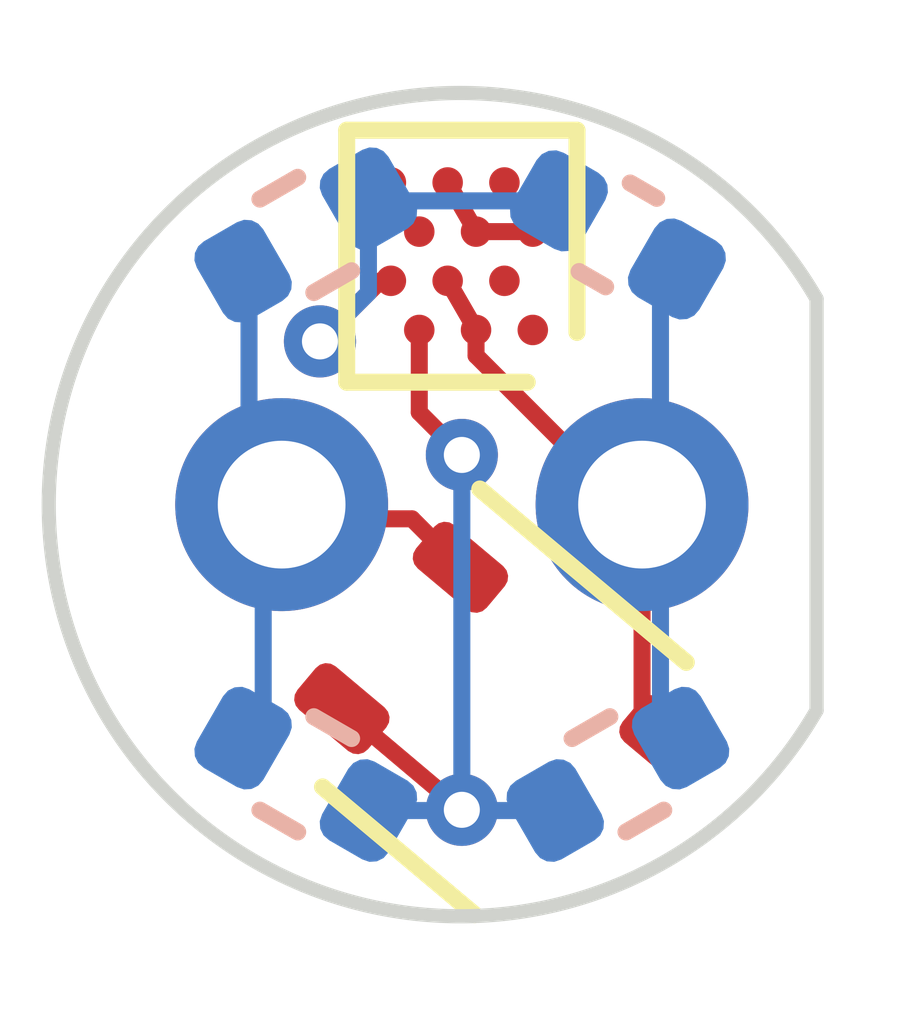
<source format=kicad_pcb>
(kicad_pcb (version 20211014) (generator pcbnew)
  (layers (0 "F.Cu" signal) (31 "B.Cu" signal) (34 "B.Paste" user) (35 "F.Paste" user) (36 "B.SilkS" user "B.Silkscreen") (37 "F.SilkS" user "F.Silkscreen") (38 "B.Mask" user) (39 "F.Mask" user) (44 "Edge.Cuts" user))
  (net 0 "")
  (net 1 "/LED-")
  (net 2 "/V_{cc}")
  (net 3 "/LED+")
  (net 4 "/mosi")
  (net 6 "Net-(R2-Pad1)")
  (net 7 "/clk")
  (net 8 "/rst")
  (footprint "Package_TO_SOT_SMD:SOT-363_SC-70-6" (layer "F.Cu") (at 100.3 101.55 -40)
    (fp_text reference "U2" hide)
    (fp_text value "TL431DCK" hide)
    (fp_line (start 0.7 -1.16) (end -1.2 -1.16) (layer "F.SilkS") (width 0.12))
    (fp_line (start -0.7 1.16) (end 0.7 1.16) (layer "F.SilkS") (width 0.12))
    (pad "1" smd roundrect (at -0.95 -0.65 320) (size 0.65 0.4) (layers "F.Cu" "F.Paste" "F.Mask") (net 3 "/LED+"))
    (pad "3" smd roundrect (at -0.95 0.65 320) (size 0.65 0.4) (layers "F.Cu" "F.Paste" "F.Mask") (net 6 "Net-(R2-Pad1)"))
    (pad "6" smd roundrect (at 0.95 -0.65 320) (size 0.65 0.4) (layers "F.Cu" "F.Paste" "F.Mask") (net 1 "/LED-"))
  )
  (footprint "Package_CSP:WLCSP-12_1.403x1.555mm_P0.4mm_Stagger" (layer "F.Cu") (at 100 98.25 180)
    (fp_text reference "U1" hide)
    (fp_text value "ATtiny20-UU" hide)
    (fp_line (start 0.8115 -0.8875) (end 0.8115 0.8875) (layer "F.SilkS") (width 0.12))
    (fp_line (start 0.8115 0.8875) (end -0.8115 0.8875) (layer "F.SilkS") (width 0.12))
    (fp_line (start -0.46075 -0.8875) (end 0.8115 -0.8875) (layer "F.SilkS") (width 0.12))
    (fp_line (start -0.8115 0.8875) (end -0.8115 -0.53675) (layer "F.SilkS") (width 0.12))
    (pad "A1" smd circle locked (at -0.5 -0.5195 180) (size 0.215 0.215) (layers "F.Cu" "F.Paste" "F.Mask"))
    (pad "A3" smd circle locked (at -0.1 -0.5195 180) (size 0.215 0.215) (layers "F.Cu" "F.Paste" "F.Mask") (net 1 "/LED-"))
    (pad "A5" smd circle locked (at 0.3 -0.5195 180) (size 0.215 0.215) (layers "F.Cu" "F.Paste" "F.Mask") (net 6 "Net-(R2-Pad1)"))
    (pad "B2" smd circle locked (at -0.3 -0.173167 180) (size 0.215 0.215) (layers "F.Cu" "F.Paste" "F.Mask"))
    (pad "B4" smd circle locked (at 0.1 -0.173167 180) (size 0.215 0.215) (layers "F.Cu" "F.Paste" "F.Mask") (net 1 "/LED-"))
    (pad "B6" smd circle locked (at 0.5 -0.173167 180) (size 0.215 0.215) (layers "F.Cu" "F.Paste" "F.Mask") (net 2 "/V_{cc}"))
    (pad "C1" smd circle locked (at -0.5 0.173167 180) (size 0.215 0.215) (layers "F.Cu" "F.Paste" "F.Mask") (net 8 "/rst"))
    (pad "C3" smd circle locked (at -0.1 0.173167 180) (size 0.215 0.215) (layers "F.Cu" "F.Paste" "F.Mask") (net 8 "/rst"))
    (pad "C5" smd circle locked (at 0.3 0.173167 180) (size 0.215 0.215) (layers "F.Cu" "F.Paste" "F.Mask") (net 4 "/mosi"))
    (pad "D2" smd circle locked (at -0.3 0.5195 180) (size 0.215 0.215) (layers "F.Cu" "F.Paste" "F.Mask"))
    (pad "D4" smd circle locked (at 0.1 0.5195 180) (size 0.215 0.215) (layers "F.Cu" "F.Paste" "F.Mask") (net 8 "/rst"))
    (pad "D6" smd circle locked (at 0.5 0.5195 180) (size 0.215 0.215) (layers "F.Cu" "F.Paste" "F.Mask") (net 7 "/clk"))
  )
  (footprint "LED_THT:LED_D5.0mm_Clear" (layer "B.Cu") (at 100 100 180)
    (fp_text reference "D1" hide)
    (fp_text value "LED_big" hide)
    (pad "1" thru_hole circle (at -1.27 0 180) (size 1.5 1.5) (drill 0.9) (layers *.Cu *.Mask) (net 1 "/LED-"))
    (pad "2" thru_hole circle (at 1.27 0 180) (size 1.5 1.5) (drill 0.9) (layers *.Cu *.Mask) (net 3 "/LED+"))
  )
  (footprint "Resistor_SMD:R_0402_1005Metric" (layer "B.Cu") (at 98.9 98.1 -150)
    (fp_text reference "R1" hide)
    (fp_text value "1kΩ" hide)
    (fp_line (start -0.153641 -0.38) (end 0.153641 -0.38) (layer "B.SilkS") (width 0.12))
    (fp_line (start -0.153641 0.38) (end 0.153641 0.38) (layer "B.SilkS") (width 0.12))
    (pad "1" smd roundrect locked (at -0.51 0 210) (size 0.54 0.64) (layers "B.Cu" "B.Paste" "B.Mask") (net 2 "/V_{cc}"))
    (pad "2" smd roundrect locked (at 0.51 0 210) (size 0.54 0.64) (layers "B.Cu" "B.Paste" "B.Mask") (net 3 "/LED+"))
  )
  (footprint "Resistor_SMD:R_0402_1005Metric" (layer "B.Cu") (at 101.1 101.9 -150)
    (fp_text reference "R3" hide)
    (fp_text value "7.5kΩ" hide)
    (fp_line (start -0.153641 -0.38) (end 0.153641 -0.38) (layer "B.SilkS") (width 0.12))
    (fp_line (start -0.153641 0.38) (end 0.153641 0.38) (layer "B.SilkS") (width 0.12))
    (pad "1" smd roundrect locked (at -0.51 0 210) (size 0.54 0.64) (layers "B.Cu" "B.Paste" "B.Mask") (net 1 "/LED-"))
    (pad "2" smd roundrect locked (at 0.51 0 210) (size 0.54 0.64) (layers "B.Cu" "B.Paste" "B.Mask") (net 6 "Net-(R2-Pad1)"))
  )
  (footprint "Capacitor_SMD:C_0402_1005Metric" (layer "B.Cu") (at 101.1 98.1 150)
    (fp_text reference "C1" hide)
    (fp_text value "0.1μF" hide)
    (fp_line (start -0.107836 0.36) (end 0.107836 0.36) (layer "B.SilkS") (width 0.12))
    (fp_line (start -0.107836 -0.36) (end 0.107836 -0.36) (layer "B.SilkS") (width 0.12))
    (pad "1" smd roundrect locked (at -0.48 0 150) (size 0.56 0.62) (layers "B.Cu" "B.Paste" "B.Mask") (net 1 "/LED-"))
    (pad "2" smd roundrect locked (at 0.48 0 150) (size 0.56 0.62) (layers "B.Cu" "B.Paste" "B.Mask") (net 2 "/V_{cc}"))
  )
  (footprint "Resistor_SMD:R_0402_1005Metric" (layer "B.Cu") (at 98.9 101.9 150)
    (fp_text reference "R2" hide)
    (fp_text value "4.5kΩ" hide)
    (fp_line (start -0.153641 0.38) (end 0.153641 0.38) (layer "B.SilkS") (width 0.12))
    (fp_line (start -0.153641 -0.38) (end 0.153641 -0.38) (layer "B.SilkS") (width 0.12))
    (pad "1" smd roundrect locked (at -0.51 0 150) (size 0.54 0.64) (layers "B.Cu" "B.Paste" "B.Mask") (net 6 "Net-(R2-Pad1)"))
    (pad "2" smd roundrect locked (at 0.51 0 150) (size 0.54 0.64) (layers "B.Cu" "B.Paste" "B.Mask") (net 3 "/LED+"))
  )
  (gr_arc (start 102.5 101.45) (mid 97.088526 100) (end 102.5 98.55) (layer "Edge.Cuts") (width 0.1))
  (gr_line (start 102.5 98.55) (end 102.5 101.45) (layer "Edge.Cuts") (width 0.1))
  (segment (start 100.1 98.95) (end 101.15 100) (width 0.12) (layer "F.Cu") (net 1))
  (segment (start 101.15 100) (end 101.27 100) (width 0.12) (layer "F.Cu") (net 1))
  (segment (start 101.27 101.487165) (end 101.445554 101.662719) (width 0.12) (layer "F.Cu") (net 1))
  (segment (start 101.27 100) (end 101.27 101.487165) (width 0.12) (layer "F.Cu") (net 1))
  (segment (start 99.9 98.423167) (end 100.1 98.7695) (width 0.12) (layer "F.Cu") (net 1))
  (segment (start 100.1 98.7695) (end 100.1 98.95) (width 0.12) (layer "F.Cu") (net 1))
  (segment (start 101.541673 101.645) (end 101.4 101.503327) (width 0.12) (layer "B.Cu") (net 1))
  (segment (start 101.515692 98.34) (end 101.4 98.455692) (width 0.12) (layer "B.Cu") (net 1))
  (segment (start 101.4 98.455692) (end 101.4 99.87) (width 0.12) (layer "B.Cu") (net 1))
  (segment (start 101.4 99.87) (end 101.27 100) (width 0.12) (layer "B.Cu") (net 1))
  (segment (start 101.4 101.503327) (end 101.4 100.13) (width 0.12) (layer "B.Cu") (net 1))
  (segment (start 101.4 100.13) (end 101.27 100) (width 0.12) (layer "B.Cu") (net 1))
  (segment (start 99.5 98.423167) (end 99.426833 98.423167) (width 0.12) (layer "F.Cu") (net 2))
  (segment (start 99.426833 98.423167) (end 99 98.85) (width 0.12) (layer "F.Cu") (net 2))
  (via (at 99 98.85) (size 0.508) (drill 0.254) (layers "F.Cu" "B.Cu") (net 2))
  (segment (start 99.341673 97.845) (end 99.341673 98.508327) (width 0.12) (layer "B.Cu") (net 2))
  (segment (start 99.356673 97.86) (end 99.341673 97.845) (width 0.12) (layer "B.Cu") (net 2))
  (segment (start 100.684308 97.86) (end 99.356673 97.86) (width 0.12) (layer "B.Cu") (net 2))
  (segment (start 99.341673 98.508327) (end 99 98.85) (width 0.12) (layer "B.Cu") (net 2))
  (segment (start 99.648647 100.1) (end 98.790676 100.1) (width 0.12) (layer "F.Cu") (net 3))
  (segment (start 98.73 100.039324) (end 98.73 100) (width 0.12) (layer "F.Cu") (net 3))
  (segment (start 99.99007 100.441423) (end 99.648647 100.1) (width 0.12) (layer "F.Cu") (net 3))
  (segment (start 98.790676 100.1) (end 98.73 100.039324) (width 0.12) (layer "F.Cu") (net 3))
  (segment (start 98.458327 101.645) (end 98.6 101.503327) (width 0.12) (layer "B.Cu") (net 3))
  (segment (start 98.6 101.503327) (end 98.6 100.13) (width 0.12) (layer "B.Cu") (net 3))
  (segment (start 98.458327 98.355) (end 98.5 98.396673) (width 0.12) (layer "B.Cu") (net 3))
  (segment (start 98.6 100.13) (end 98.73 100) (width 0.12) (layer "B.Cu") (net 3))
  (segment (start 98.5 99.77) (end 98.73 100) (width 0.12) (layer "B.Cu") (net 3))
  (segment (start 98.5 98.396673) (end 98.5 99.77) (width 0.12) (layer "B.Cu") (net 3))
  (segment (start 99.154446 101.437281) (end 100 102.15) (width 0.12) (layer "F.Cu") (net 6))
  (segment (start 99.7 99.35) (end 100 99.65) (width 0.12) (layer "F.Cu") (net 6))
  (segment (start 99.7 98.7695) (end 99.7 99.35) (width 0.12) (layer "F.Cu") (net 6))
  (via (at 100 99.65) (size 0.508) (drill 0.254) (layers "F.Cu" "B.Cu") (net 6))
  (via (at 100 102.15) (size 0.508) (drill 0.254) (layers "F.Cu" "B.Cu") (net 6))
  (segment (start 100 99.65) (end 100 102.15) (width 0.12) (layer "B.Cu") (net 6))
  (segment (start 100.658327 102.155) (end 99.341673 102.155) (width 0.12) (layer "B.Cu") (net 6))
  (segment (start 99.9 97.7305) (end 100.1 98.076833) (width 0.12) (layer "F.Cu") (net 8))
  (segment (start 100.5 98.076833) (end 100.1 98.076833) (width 0.12) (layer "F.Cu") (net 8))
)
</source>
